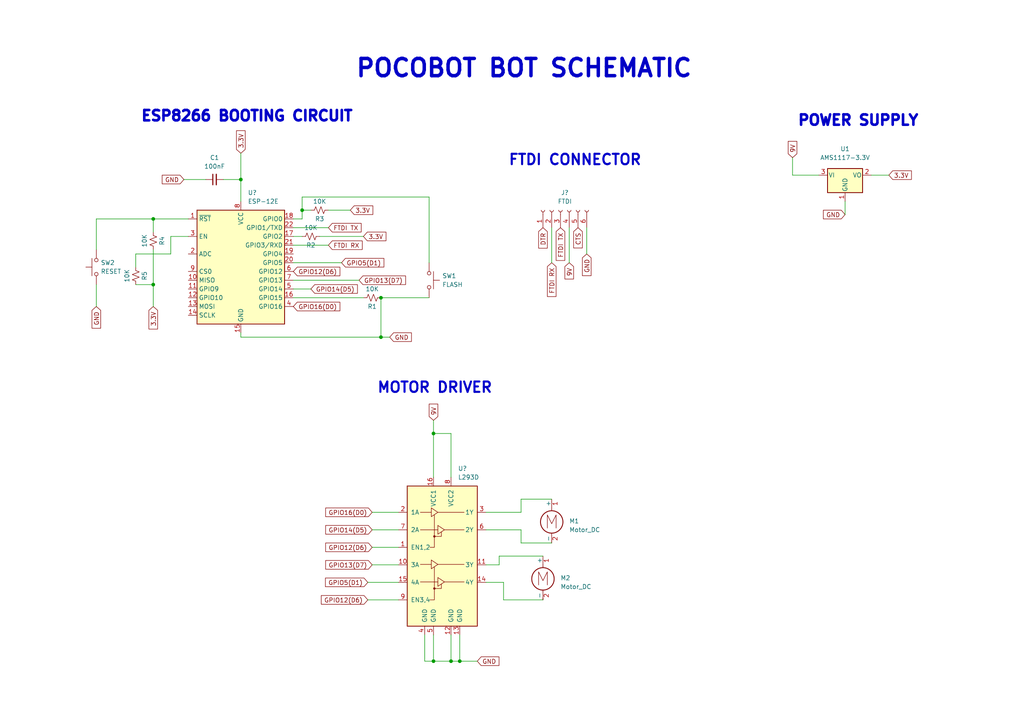
<source format=kicad_sch>
(kicad_sch (version 20211123) (generator eeschema)
  (paper "A4")
  (lib_symbols
    (symbol "Connector:Conn_01x06_Female" (pin_names (offset 1.016) hide)
      (property "Reference" "J" (at 0 7.62 0))
      (property "Value" "Conn_01x06_Female" (at 0 -10.16 0))
      (symbol "Conn_01x06_Female_1_1"
        (arc (start 0 -7.112) (mid -0.508 -7.62) (end 0 -8.128) (stroke (width 0.1524)))
        (arc (start 0 -4.572) (mid -0.508 -5.08) (end 0 -5.588) (stroke (width 0.1524)))
        (arc (start 0 -2.032) (mid -0.508 -2.54) (end 0 -3.048) (stroke (width 0.1524)))
        (polyline (pts (xy -1.27 -7.62) (xy -0.508 -7.62)) (stroke (width 0.1524)))
        (polyline (pts (xy -1.27 -5.08) (xy -0.508 -5.08)) (stroke (width 0.1524)))
        (polyline (pts (xy -1.27 -2.54) (xy -0.508 -2.54)) (stroke (width 0.1524)))
        (polyline (pts (xy -1.27 0) (xy -0.508 0)) (stroke (width 0.1524)))
        (polyline (pts (xy -1.27 2.54) (xy -0.508 2.54)) (stroke (width 0.1524)))
        (polyline (pts (xy -1.27 5.08) (xy -0.508 5.08)) (stroke (width 0.1524)))
        (arc (start 0 0.508) (mid -0.508 0) (end 0 -0.508) (stroke (width 0.1524)))
        (arc (start 0 3.048) (mid -0.508 2.54) (end 0 2.032) (stroke (width 0.1524)))
        (arc (start 0 5.588) (mid -0.508 5.08) (end 0 4.572) (stroke (width 0.1524)))
        (pin passive line (at -5.08 5.08 0) (length 3.81) (name "Pin_1") (number "1"))
        (pin passive line (at -5.08 2.54 0) (length 3.81) (name "Pin_2") (number "2"))
        (pin passive line (at -5.08 0 0) (length 3.81) (name "Pin_3") (number "3"))
        (pin passive line (at -5.08 -2.54 0) (length 3.81) (name "Pin_4") (number "4"))
        (pin passive line (at -5.08 -5.08 0) (length 3.81) (name "Pin_5") (number "5"))
        (pin passive line (at -5.08 -7.62 0) (length 3.81) (name "Pin_6") (number "6"))
      )
    )
    (symbol "Device:C_Small" (pin_numbers hide) (pin_names (offset 0.254) hide)
      (property "Reference" "C" (at 0.254 1.778 0))
      (property "Value" "C_Small" (at 0.254 -2.032 0))
      (symbol "C_Small_0_1"
        (polyline (pts (xy -1.524 -0.508) (xy 1.524 -0.508)) (stroke (width 0.3302)))
        (polyline (pts (xy -1.524 0.508) (xy 1.524 0.508)) (stroke (width 0.3048)))
      )
      (symbol "C_Small_1_1"
        (pin passive line (at 0 2.54 270) (length 2.032) (name "~") (number "1"))
        (pin passive line (at 0 -2.54 90) (length 2.032) (name "~") (number "2"))
      )
    )
    (symbol "Device:R_Small_US" (pin_numbers hide) (pin_names (offset 0.254) hide)
      (property "Reference" "R" (at 0.762 0.508 0))
      (property "Value" "R_Small_US" (at 0.762 -1.016 0))
      (symbol "R_Small_US_1_1"
        (polyline (pts (xy 0 0) (xy 1.016 -0.381) (xy 0 -0.762) (xy -1.016 -1.143) (xy 0 -1.524)))
        (polyline (pts (xy 0 1.524) (xy 1.016 1.143) (xy 0 0.762) (xy -1.016 0.381) (xy 0 0)))
        (pin passive line (at 0 2.54 270) (length 1.016) (name "~") (number "1"))
        (pin passive line (at 0 -2.54 90) (length 1.016) (name "~") (number "2"))
      )
    )
    (symbol "Driver_Motor:L293D" (pin_names (offset 1.016))
      (property "Reference" "U" (at -5.08 26.035 0))
      (property "Value" "L293D" (at -5.08 24.13 0))
      (symbol "L293D_0_1"
        (rectangle (start -10.16 22.86) (end 10.16 -17.78) (stroke (width 0.254)) (fill (type background)))
        (circle (center -2.286 -6.858) (radius 0.254) (fill (type outline)))
        (circle (center -2.286 8.255) (radius 0.254) (fill (type outline)))
        (polyline (pts (xy -6.35 -4.953) (xy -1.27 -4.953)))
        (polyline (pts (xy -6.35 0.127) (xy -3.175 0.127)))
        (polyline (pts (xy -6.35 10.16) (xy -1.27 10.16)))
        (polyline (pts (xy -6.35 15.24) (xy -3.175 15.24)))
        (polyline (pts (xy -1.27 0.127) (xy 6.35 0.127)))
        (polyline (pts (xy -1.27 15.24) (xy 6.35 15.24)))
        (polyline (pts (xy 0.635 -4.953) (xy 6.35 -4.953)))
        (polyline (pts (xy 0.635 10.16) (xy 6.35 10.16)))
        (polyline (pts (xy -2.286 -6.858) (xy -0.254 -6.858) (xy -0.254 -5.588)))
        (polyline (pts (xy -2.286 -0.635) (xy -2.286 -10.16) (xy -3.556 -10.16)))
        (polyline (pts (xy -2.286 8.255) (xy -0.254 8.255) (xy -0.254 9.525)))
        (polyline (pts (xy -2.286 14.478) (xy -2.286 5.08) (xy -3.556 5.08)))
        (polyline (pts (xy -3.175 1.397) (xy -3.175 -1.143) (xy -1.27 0.127) (xy -3.175 1.397)))
        (polyline (pts (xy -3.175 16.51) (xy -3.175 13.97) (xy -1.27 15.24) (xy -3.175 16.51)))
        (polyline (pts (xy -1.27 -3.683) (xy -1.27 -6.223) (xy 0.635 -4.953) (xy -1.27 -3.683)))
        (polyline (pts (xy -1.27 11.43) (xy -1.27 8.89) (xy 0.635 10.16) (xy -1.27 11.43)))
      )
      (symbol "L293D_1_1"
        (pin input line (at -12.7 5.08 0) (length 2.54) (name "EN1,2") (number "1"))
        (pin input line (at -12.7 0 0) (length 2.54) (name "3A") (number "10"))
        (pin output line (at 12.7 0 180) (length 2.54) (name "3Y") (number "11"))
        (pin power_in line (at 2.54 -20.32 90) (length 2.54) (name "GND") (number "12"))
        (pin power_in line (at 5.08 -20.32 90) (length 2.54) (name "GND") (number "13"))
        (pin output line (at 12.7 -5.08 180) (length 2.54) (name "4Y") (number "14"))
        (pin input line (at -12.7 -5.08 0) (length 2.54) (name "4A") (number "15"))
        (pin power_in line (at -2.54 25.4 270) (length 2.54) (name "VCC1") (number "16"))
        (pin input line (at -12.7 15.24 0) (length 2.54) (name "1A") (number "2"))
        (pin output line (at 12.7 15.24 180) (length 2.54) (name "1Y") (number "3"))
        (pin power_in line (at -5.08 -20.32 90) (length 2.54) (name "GND") (number "4"))
        (pin power_in line (at -2.54 -20.32 90) (length 2.54) (name "GND") (number "5"))
        (pin output line (at 12.7 10.16 180) (length 2.54) (name "2Y") (number "6"))
        (pin input line (at -12.7 10.16 0) (length 2.54) (name "2A") (number "7"))
        (pin power_in line (at 2.54 25.4 270) (length 2.54) (name "VCC2") (number "8"))
        (pin input line (at -12.7 -10.16 0) (length 2.54) (name "EN3,4") (number "9"))
      )
    )
    (symbol "Motor:Motor_DC" (pin_names (offset 0))
      (property "Reference" "M" (at 2.54 2.54 0))
      (property "Value" "Motor_DC" (at 2.54 -5.08 0))
      (symbol "Motor_DC_0_0"
        (polyline (pts (xy -1.27 -3.302) (xy -1.27 0.508) (xy 0 -2.032) (xy 1.27 0.508) (xy 1.27 -3.302)))
      )
      (symbol "Motor_DC_0_1"
        (circle (center 0 -1.524) (radius 3.2512) (stroke (width 0.254)))
        (polyline (pts (xy 0 -7.62) (xy 0 -7.112)))
        (polyline (pts (xy 0 -4.7752) (xy 0 -5.1816)))
        (polyline (pts (xy 0 1.7272) (xy 0 2.0828)))
        (polyline (pts (xy 0 2.032) (xy 0 2.54)))
      )
      (symbol "Motor_DC_1_1"
        (pin passive line (at 0 5.08 270) (length 2.54) (name "+") (number "1"))
        (pin passive line (at 0 -7.62 90) (length 2.54) (name "-") (number "2"))
      )
    )
    (symbol "RF_Module:ESP-12E"
      (property "Reference" "U" (at -12.7 19.05 0))
      (property "Value" "ESP-12E" (at 12.7 19.05 0))
      (symbol "ESP-12E_0_1"
        (rectangle (start -12.7 17.78) (end 12.7 -15.24) (stroke (width 0.254)) (fill (type background)))
      )
      (symbol "ESP-12E_1_1"
        (pin input line (at -15.24 15.24 0) (length 2.54) (name "~{RST}") (number "1"))
        (pin bidirectional line (at -15.24 -2.54 0) (length 2.54) (name "MISO") (number "10"))
        (pin bidirectional line (at -15.24 -5.08 0) (length 2.54) (name "GPIO9") (number "11"))
        (pin bidirectional line (at -15.24 -7.62 0) (length 2.54) (name "GPIO10") (number "12"))
        (pin bidirectional line (at -15.24 -10.16 0) (length 2.54) (name "MOSI") (number "13"))
        (pin bidirectional line (at -15.24 -12.7 0) (length 2.54) (name "SCLK") (number "14"))
        (pin power_in line (at 0 -17.78 90) (length 2.54) (name "GND") (number "15"))
        (pin bidirectional line (at 15.24 -7.62 180) (length 2.54) (name "GPIO15") (number "16"))
        (pin bidirectional line (at 15.24 10.16 180) (length 2.54) (name "GPIO2") (number "17"))
        (pin bidirectional line (at 15.24 15.24 180) (length 2.54) (name "GPIO0") (number "18"))
        (pin bidirectional line (at 15.24 5.08 180) (length 2.54) (name "GPIO4") (number "19"))
        (pin input line (at -15.24 5.08 0) (length 2.54) (name "ADC") (number "2"))
        (pin bidirectional line (at 15.24 2.54 180) (length 2.54) (name "GPIO5") (number "20"))
        (pin bidirectional line (at 15.24 7.62 180) (length 2.54) (name "GPIO3/RXD") (number "21"))
        (pin bidirectional line (at 15.24 12.7 180) (length 2.54) (name "GPIO1/TXD") (number "22"))
        (pin input line (at -15.24 10.16 0) (length 2.54) (name "EN") (number "3"))
        (pin bidirectional line (at 15.24 -10.16 180) (length 2.54) (name "GPIO16") (number "4"))
        (pin bidirectional line (at 15.24 -5.08 180) (length 2.54) (name "GPIO14") (number "5"))
        (pin bidirectional line (at 15.24 0 180) (length 2.54) (name "GPIO12") (number "6"))
        (pin bidirectional line (at 15.24 -2.54 180) (length 2.54) (name "GPIO13") (number "7"))
        (pin power_in line (at 0 20.32 270) (length 2.54) (name "VCC") (number "8"))
        (pin input line (at -15.24 0 0) (length 2.54) (name "CS0") (number "9"))
      )
    )
    (symbol "Regulator_Linear:AMS1117-3.3" (pin_names (offset 0.254))
      (property "Reference" "U" (at -3.81 3.175 0))
      (property "Value" "AMS1117-3.3" (at 0 3.175 0))
      (symbol "AMS1117-3.3_0_1"
        (rectangle (start -5.08 -5.08) (end 5.08 1.905) (stroke (width 0.254)) (fill (type background)))
      )
      (symbol "AMS1117-3.3_1_1"
        (pin power_in line (at 0 -7.62 90) (length 2.54) (name "GND") (number "1"))
        (pin power_out line (at 7.62 0 180) (length 2.54) (name "VO") (number "2"))
        (pin power_in line (at -7.62 0 0) (length 2.54) (name "VI") (number "3"))
      )
    )
    (symbol "Switch:SW_MEC_5G" (pin_numbers hide) (pin_names (offset 1.016) hide)
      (property "Reference" "SW" (at 1.27 2.54 0))
      (property "Value" "SW_MEC_5G" (at 0 -1.524 0))
      (symbol "SW_MEC_5G_0_1"
        (circle (center -2.032 0) (radius 0.508))
        (polyline (pts (xy 0 1.27) (xy 0 3.048)))
        (polyline (pts (xy 2.54 1.27) (xy -2.54 1.27)))
        (circle (center 2.032 0) (radius 0.508))
        (pin passive line (at -5.08 0 0) (length 2.54) (name "A") (number "1"))
        (pin passive line (at 5.08 0 180) (length 2.54) (name "B") (number "3"))
      )
      (symbol "SW_MEC_5G_1_1"
        (pin passive line (at -5.08 0 0) (length 2.54) hide (name "A") (number "2"))
        (pin passive line (at 5.08 0 180) (length 2.54) hide (name "B") (number "4"))
      )
    )
  )
  (junction (at 110.49 86.36))
  (junction (at 87.63 60.96))
  (junction (at 69.85 52.07))
  (junction (at 44.45 82.55))
  (junction (at 125.73 125.73))
  (junction (at 44.45 63.5))
  (junction (at 130.81 191.77))
  (junction (at 125.73 191.77))
  (junction (at 110.49 97.79))
  (junction (at 133.35 191.77))
  (wire (pts (xy 110.49 86.36) (xy 110.49 97.79)))
  (wire (pts (xy 160.02 157.48) (xy 151.13 157.48)))
  (wire (pts (xy 87.63 57.15) (xy 87.63 60.96)))
  (wire (pts (xy 85.09 86.36) (xy 105.41 86.36)))
  (wire (pts (xy 44.45 72.39) (xy 44.45 82.55)))
  (wire (pts (xy 85.09 83.82) (xy 90.17 83.82)))
  (wire (pts (xy 252.73 50.8) (xy 257.81 50.8)))
  (wire (pts (xy 110.49 86.36) (xy 124.46 86.36)))
  (wire (pts (xy 144.78 161.29) (xy 144.78 163.83)))
  (wire (pts (xy 144.78 163.83) (xy 140.97 163.83)))
  (wire (pts (xy 151.13 148.59) (xy 151.13 144.78)))
  (wire (pts (xy 85.09 63.5) (xy 87.63 63.5)))
  (wire (pts (xy 157.48 161.29) (xy 144.78 161.29)))
  (wire (pts (xy 110.49 97.79) (xy 113.03 97.79)))
  (wire (pts (xy 151.13 153.67) (xy 140.97 153.67)))
  (wire (pts (xy 107.95 148.59) (xy 115.57 148.59)))
  (wire (pts (xy 106.68 173.99) (xy 115.57 173.99)))
  (wire (pts (xy 92.71 68.58) (xy 105.41 68.58)))
  (wire (pts (xy 125.73 184.15) (xy 125.73 191.77)))
  (wire (pts (xy 99.06 76.2) (xy 85.09 76.2)))
  (wire (pts (xy 27.94 63.5) (xy 44.45 63.5)))
  (wire (pts (xy 130.81 125.73) (xy 125.73 125.73)))
  (wire (pts (xy 69.85 44.45) (xy 69.85 52.07)))
  (wire (pts (xy 85.09 81.28) (xy 104.14 81.28)))
  (wire (pts (xy 124.46 76.2) (xy 124.46 57.15)))
  (wire (pts (xy 123.19 184.15) (xy 123.19 191.77)))
  (wire (pts (xy 87.63 63.5) (xy 87.63 60.96)))
  (wire (pts (xy 146.05 173.99) (xy 146.05 168.91)))
  (wire (pts (xy 44.45 82.55) (xy 39.37 82.55)))
  (wire (pts (xy 85.09 71.12) (xy 95.25 71.12)))
  (wire (pts (xy 27.94 82.55) (xy 27.94 88.9)))
  (wire (pts (xy 157.48 173.99) (xy 146.05 173.99)))
  (wire (pts (xy 85.09 68.58) (xy 87.63 68.58)))
  (wire (pts (xy 237.49 50.8) (xy 229.87 50.8)))
  (wire (pts (xy 64.77 52.07) (xy 69.85 52.07)))
  (wire (pts (xy 130.81 138.43) (xy 130.81 125.73)))
  (wire (pts (xy 44.45 63.5) (xy 44.45 67.31)))
  (wire (pts (xy 39.37 77.47) (xy 39.37 73.66)))
  (wire (pts (xy 133.35 184.15) (xy 133.35 191.77)))
  (wire (pts (xy 170.18 73.66) (xy 170.18 66.04)))
  (wire (pts (xy 49.53 68.58) (xy 54.61 68.58)))
  (wire (pts (xy 53.34 52.07) (xy 59.69 52.07)))
  (wire (pts (xy 39.37 73.66) (xy 49.53 73.66)))
  (wire (pts (xy 125.73 138.43) (xy 125.73 125.73)))
  (wire (pts (xy 160.02 76.2) (xy 160.02 66.04)))
  (wire (pts (xy 245.11 62.23) (xy 245.11 58.42)))
  (wire (pts (xy 146.05 168.91) (xy 140.97 168.91)))
  (wire (pts (xy 107.95 158.75) (xy 115.57 158.75)))
  (wire (pts (xy 107.95 163.83) (xy 115.57 163.83)))
  (wire (pts (xy 69.85 96.52) (xy 69.85 97.79)))
  (wire (pts (xy 107.95 153.67) (xy 115.57 153.67)))
  (wire (pts (xy 49.53 73.66) (xy 49.53 68.58)))
  (wire (pts (xy 106.68 168.91) (xy 115.57 168.91)))
  (wire (pts (xy 123.19 191.77) (xy 125.73 191.77)))
  (wire (pts (xy 130.81 184.15) (xy 130.81 191.77)))
  (wire (pts (xy 151.13 157.48) (xy 151.13 153.67)))
  (wire (pts (xy 125.73 121.92) (xy 125.73 125.73)))
  (wire (pts (xy 69.85 97.79) (xy 110.49 97.79)))
  (wire (pts (xy 27.94 72.39) (xy 27.94 63.5)))
  (wire (pts (xy 140.97 148.59) (xy 151.13 148.59)))
  (wire (pts (xy 125.73 191.77) (xy 130.81 191.77)))
  (wire (pts (xy 130.81 191.77) (xy 133.35 191.77)))
  (wire (pts (xy 87.63 57.15) (xy 124.46 57.15)))
  (wire (pts (xy 85.09 66.04) (xy 95.25 66.04)))
  (wire (pts (xy 133.35 191.77) (xy 138.43 191.77)))
  (wire (pts (xy 87.63 60.96) (xy 90.17 60.96)))
  (wire (pts (xy 69.85 52.07) (xy 69.85 58.42)))
  (wire (pts (xy 229.87 50.8) (xy 229.87 45.72)))
  (wire (pts (xy 44.45 63.5) (xy 54.61 63.5)))
  (wire (pts (xy 95.25 60.96) (xy 101.6 60.96)))
  (wire (pts (xy 165.1 76.2) (xy 165.1 66.04)))
  (wire (pts (xy 151.13 144.78) (xy 160.02 144.78)))
  (wire (pts (xy 44.45 82.55) (xy 44.45 88.9)))
  (text "ESP8266 BOOTING CIRCUIT" (at 40.64 35.56 0) (effects (font (size 3 3) (thickness 1) bold) (justify left bottom)))
  (text "MOTOR DRIVER\n" (at 109.22 114.3 0) (effects (font (size 3 3) (thickness 0.6) bold) (justify left bottom)))
  (text "POWER SUPPLY\n" (at 231.14 36.83 0) (effects (font (size 3 3) (thickness 1) bold) (justify left bottom)))
  (text "FTDI CONNECTOR\n" (at 147.32 48.26 0) (effects (font (size 3 3) bold) (justify left bottom)))
  (text "POCOBOT BOT SCHEMATIC" (at 102.87 22.86 0) (effects (font (size 5 5) (thickness 1) bold) (justify left bottom)))
  (global_label "FTDI TX" (shape input) (at 162.56 66.04 270) (property "Intersheet References" "${INTERSHEET_REFS}" (effects hide)))
  (global_label "GND" (shape input) (at 170.18 73.66 270) (property "Intersheet References" "${INTERSHEET_REFS}" (effects hide)))
  (global_label "GPIO16(D0)" (shape input) (at 85.09 88.9 0) (property "Intersheet References" "${INTERSHEET_REFS}" (effects hide)))
  (global_label "GND" (shape input) (at 113.03 97.79 0) (property "Intersheet References" "${INTERSHEET_REFS}" (effects hide)))
  (global_label "GPIO14(D5)" (shape input) (at 90.17 83.82 0) (property "Intersheet References" "${INTERSHEET_REFS}" (effects hide)))
  (global_label "9V" (shape input) (at 125.73 121.92 90) (property "Intersheet References" "${INTERSHEET_REFS}" (effects hide)))
  (global_label "GPIO14(D5)" (shape input) (at 107.95 153.67 180) (property "Intersheet References" "${INTERSHEET_REFS}" (effects hide)))
  (global_label "GND" (shape input) (at 245.11 62.23 180) (property "Intersheet References" "${INTERSHEET_REFS}" (effects hide)))
  (global_label "GPIO5(D1)" (shape input) (at 99.06 76.2 0) (property "Intersheet References" "${INTERSHEET_REFS}" (effects hide)))
  (global_label "3.3V" (shape input) (at 69.85 44.45 90) (property "Intersheet References" "${INTERSHEET_REFS}" (effects hide)))
  (global_label "3.3V" (shape input) (at 105.41 68.58 0) (property "Intersheet References" "${INTERSHEET_REFS}" (effects hide)))
  (global_label "FTDI RX" (shape input) (at 95.25 71.12 0) (property "Intersheet References" "${INTERSHEET_REFS}" (effects hide)))
  (global_label "3.3V" (shape input) (at 44.45 88.9 270) (property "Intersheet References" "${INTERSHEET_REFS}" (effects hide)))
  (global_label "CTS" (shape input) (at 167.64 66.04 270) (property "Intersheet References" "${INTERSHEET_REFS}" (effects hide)))
  (global_label "GND" (shape input) (at 53.34 52.07 180) (property "Intersheet References" "${INTERSHEET_REFS}" (effects hide)))
  (global_label "3.3V" (shape input) (at 257.81 50.8 0) (property "Intersheet References" "${INTERSHEET_REFS}" (effects hide)))
  (global_label "GPIO13(D7)" (shape input) (at 104.14 81.28 0) (property "Intersheet References" "${INTERSHEET_REFS}" (effects hide)))
  (global_label "DTR" (shape input) (at 157.48 66.04 270) (property "Intersheet References" "${INTERSHEET_REFS}" (effects hide)))
  (global_label "GPIO13(D7)" (shape input) (at 107.95 163.83 180) (property "Intersheet References" "${INTERSHEET_REFS}" (effects hide)))
  (global_label "GPIO12(D6)" (shape input) (at 85.09 78.74 0) (property "Intersheet References" "${INTERSHEET_REFS}" (effects hide)))
  (global_label "FTDI RX" (shape input) (at 160.02 76.2 270) (property "Intersheet References" "${INTERSHEET_REFS}" (effects hide)))
  (global_label "GPIO16(D0)" (shape input) (at 107.95 148.59 180) (property "Intersheet References" "${INTERSHEET_REFS}" (effects hide)))
  (global_label "GPIO12(D6)" (shape input) (at 106.68 173.99 180) (property "Intersheet References" "${INTERSHEET_REFS}" (effects hide)))
  (global_label "GPIO12(D6)" (shape input) (at 107.95 158.75 180) (property "Intersheet References" "${INTERSHEET_REFS}" (effects hide)))
  (global_label "GND" (shape input) (at 27.94 88.9 270) (property "Intersheet References" "${INTERSHEET_REFS}" (effects hide)))
  (global_label "GND" (shape input) (at 138.43 191.77 0) (property "Intersheet References" "${INTERSHEET_REFS}" (effects hide)))
  (global_label "9V" (shape input) (at 165.1 76.2 270) (property "Intersheet References" "${INTERSHEET_REFS}" (effects hide)))
  (global_label "9V" (shape input) (at 229.87 45.72 90) (property "Intersheet References" "${INTERSHEET_REFS}" (effects hide)))
  (global_label "GPIO5(D1)" (shape input) (at 106.68 168.91 180) (property "Intersheet References" "${INTERSHEET_REFS}" (effects hide)))
  (global_label "FTDI TX" (shape input) (at 95.25 66.04 0) (property "Intersheet References" "${INTERSHEET_REFS}" (effects hide)))
  (global_label "3.3V" (shape input) (at 101.6 60.96 0) (property "Intersheet References" "${INTERSHEET_REFS}" (effects hide)))
  (symbol (lib_id "Motor:Motor_DC") (at 160.02 149.86 0) (unit 1)
    (property "Reference" "M1" (at 165.1 151.1299 0) (effects (justify left)))
    (property "Value" "Motor_DC" (at 165.1 153.6699 0) (effects (justify left)))
  )
  (symbol (lib_id "Driver_Motor:L293D") (at 128.27 163.83 0) (unit 1)
    (property "Reference" "U?" (at 132.8294 135.89 0) (effects (justify left)))
    (property "Value" "L293D" (at 132.8294 138.43 0) (effects (justify left)))
    (property "Footprint" "Package_DIP:DIP-16_W7.62mm" (effects hide))
    (property "Datasheet" "http://www.ti.com/lit/ds/symlink/l293.pdf" (effects hide))
  )
  (symbol (lib_id "Device:R_Small_US") (at 44.45 69.85 180) (unit 1)
    (property "Reference" "10K" (at 41.91 69.85 90))
    (property "Value" "R4" (at 46.99 69.85 90))
  )
  (symbol (lib_id "Connector:Conn_01x06_Female") (at 162.56 60.96 90) (unit 1)
    (property "Reference" "J?" (at 163.83 55.88 90))
    (property "Value" "FTDI" (at 163.83 58.42 90))
    (property "Footprint" "Connector_JST:JST_EH_S6B-EH_1x06_P2.50mm_Horizontal" (effects hide))
  )
  (symbol (lib_id "Switch:SW_MEC_5G") (at 124.46 81.28 270) (unit 1)
    (property "Reference" "SW1" (at 128.27 80.0099 90) (effects (justify left)))
    (property "Value" "FLASH" (at 128.27 82.5499 90) (effects (justify left)))
    (property "Datasheet" "http://www.apem.com/int/index.php?controller=attachment&id_attachment=488" (effects hide))
  )
  (symbol (lib_id "Device:R_Small_US") (at 90.17 68.58 90) (unit 1)
    (property "Reference" "10K" (at 90.17 66.04 90))
    (property "Value" "R2" (at 90.17 71.12 90))
  )
  (symbol (lib_id "Regulator_Linear:AMS1117-3.3") (at 245.11 50.8 0) (unit 1)
    (property "Reference" "U1" (at 245.11 43.18 0))
    (property "Value" "AMS1117-3.3V" (at 245.11 45.72 0))
    (property "Footprint" "Package_TO_SOT_SMD:SOT-223-3_TabPin2" (effects hide))
    (property "Datasheet" "http://www.advanced-monolithic.com/pdf/ds1117.pdf" (effects hide))
  )
  (symbol (lib_id "Device:C_Small") (at 62.23 52.07 90) (unit 1)
    (property "Reference" "C1" (at 62.2363 45.72 90))
    (property "Value" "100nF" (at 62.2363 48.26 90))
  )
  (symbol (lib_id "Motor:Motor_DC") (at 157.48 166.37 0) (unit 1)
    (property "Reference" "M2" (at 162.56 167.6399 0) (effects (justify left)))
    (property "Value" "Motor_DC" (at 162.56 170.1799 0) (effects (justify left)))
  )
  (symbol (lib_id "RF_Module:ESP-12E") (at 69.85 78.74 0) (unit 1)
    (property "Reference" "U?" (at 71.8694 55.88 0) (effects (justify left)))
    (property "Value" "ESP-12E" (at 71.8694 58.42 0) (effects (justify left)))
    (property "Footprint" "RF_Module:ESP-12E" (effects hide))
    (property "Datasheet" "http://wiki.ai-thinker.com/_media/esp8266/esp8266_series_modules_user_manual_v1.1.pdf" (effects hide))
  )
  (symbol (lib_id "Device:R_Small_US") (at 107.95 86.36 90) (unit 1)
    (property "Reference" "10K" (at 107.95 83.82 90))
    (property "Value" "R1" (at 107.95 88.9 90))
  )
  (symbol (lib_id "Device:R_Small_US") (at 92.71 60.96 90) (unit 1)
    (property "Reference" "10K" (at 92.71 58.42 90))
    (property "Value" "R3" (at 92.71 63.5 90))
  )
  (symbol (lib_id "Device:R_Small_US") (at 39.37 80.01 180) (unit 1)
    (property "Reference" "10K" (at 36.83 80.01 90))
    (property "Value" "R5" (at 41.91 80.01 90))
  )
  (symbol (lib_id "Switch:SW_MEC_5G") (at 27.94 77.47 90) (unit 1)
    (property "Reference" "SW2" (at 29.21 76.1999 90) (effects (justify right)))
    (property "Value" "RESET" (at 29.21 78.7399 90) (effects (justify right)))
    (property "Datasheet" "http://www.apem.com/int/index.php?controller=attachment&id_attachment=488" (effects hide))
  )
)
</source>
